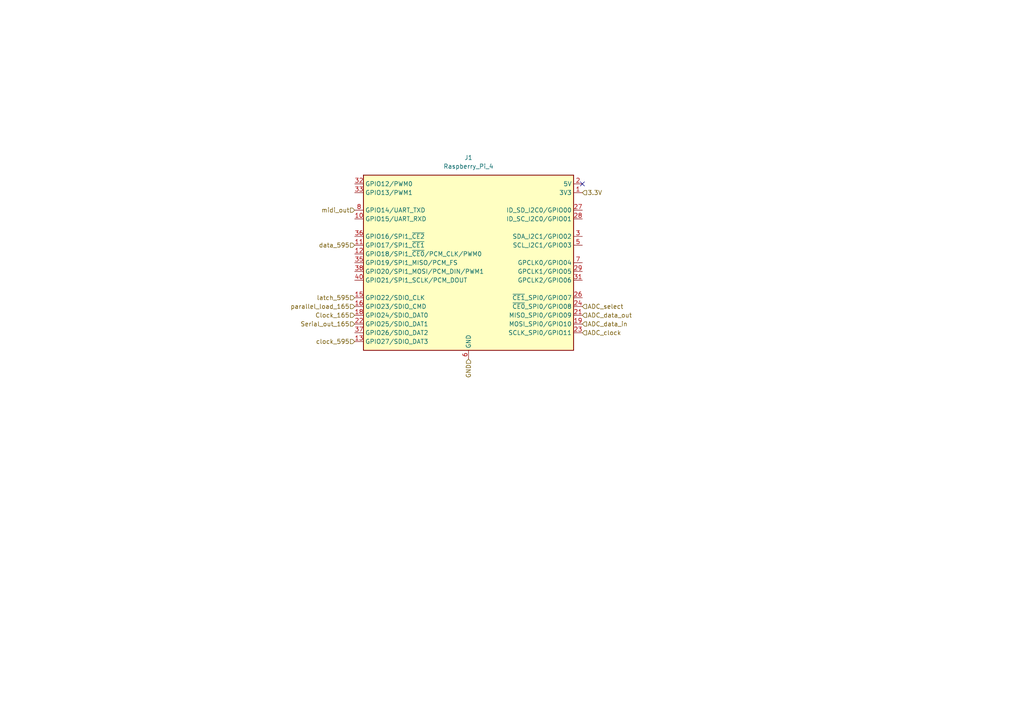
<source format=kicad_sch>
(kicad_sch (version 20231120) (generator "eeschema") (generator_version "8.0")
  (paper "A4")
  (lib_symbols
    (symbol "Connector:Raspberry_Pi_4"
      (property "Reference" "J" (at -17.526 48.768 0))
      (property "Value" "Raspberry_Pi_4" (at 15.748 -26.416 0))
      (symbol "Raspberry_Pi_4_0_1"
        (rectangle (start -30.48 25.4) (end 30.48 -25.4) (stroke (width 0.254)) (fill (type background)))
      )
      (symbol "Raspberry_Pi_4_1_1"
        (pin power_out line (at 33.02 20.32 180) (length 2.54) (name "3V3") (number "1"))
        (pin bidirectional line (at -33.02 12.7 0) (length 2.54) (name "GPIO15/UART_RXD") (number "10"))
        (pin bidirectional line (at -33.02 5.08 0) (length 2.54) (name "GPIO17/SPI1_~{CE1}") (number "11"))
        (pin bidirectional line (at -33.02 2.54 0) (length 2.54) (name "GPIO18/SPI1_~{CE0}/PCM_CLK/PWM0") (number "12"))
        (pin bidirectional line (at -33.02 -22.86 0) (length 2.54) (name "GPIO27/SDIO_DAT3") (number "13"))
        (pin passive line (at 0 -27.94 90) (length 2.54) hide (name "GND") (number "14"))
        (pin bidirectional line (at -33.02 -10.16 0) (length 2.54) (name "GPIO22/SDIO_CLK") (number "15"))
        (pin bidirectional line (at -33.02 -12.7 0) (length 2.54) (name "GPIO23/SDIO_CMD") (number "16"))
        (pin passive line (at 33.02 20.32 180) (length 2.54) hide (name "3V3") (number "17"))
        (pin bidirectional line (at -33.02 -15.24 0) (length 2.54) (name "GPIO24/SDIO_DAT0") (number "18"))
        (pin bidirectional line (at 33.02 -17.78 180) (length 2.54) (name "MOSI_SPI0/GPIO10") (number "19"))
        (pin power_out line (at 33.02 22.86 180) (length 2.54) (name "5V") (number "2"))
        (pin passive line (at 0 -27.94 90) (length 2.54) hide (name "GND") (number "20"))
        (pin bidirectional line (at 33.02 -15.24 180) (length 2.54) (name "MISO_SPI0/GPIO09") (number "21"))
        (pin bidirectional line (at -33.02 -17.78 0) (length 2.54) (name "GPIO25/SDIO_DAT1") (number "22"))
        (pin bidirectional line (at 33.02 -20.32 180) (length 2.54) (name "SCLK_SPI0/GPIO11") (number "23"))
        (pin bidirectional line (at 33.02 -12.7 180) (length 2.54) (name "~{CE0}_SPI0/GPIO08") (number "24"))
        (pin passive line (at 0 -27.94 90) (length 2.54) hide (name "GND") (number "25"))
        (pin bidirectional line (at 33.02 -10.16 180) (length 2.54) (name "~{CE1}_SPI0/GPIO07") (number "26"))
        (pin bidirectional line (at 33.02 15.24 180) (length 2.54) (name "ID_SD_I2C0/GPIO00") (number "27"))
        (pin bidirectional line (at 33.02 12.7 180) (length 2.54) (name "ID_SC_I2C0/GPIO01") (number "28"))
        (pin bidirectional line (at 33.02 -2.54 180) (length 2.54) (name "GPCLK1/GPIO05") (number "29"))
        (pin bidirectional line (at 33.02 7.62 180) (length 2.54) (name "SDA_I2C1/GPIO02") (number "3"))
        (pin passive line (at 0 -27.94 90) (length 2.54) hide (name "GND") (number "30"))
        (pin bidirectional line (at 33.02 -5.08 180) (length 2.54) (name "GPCLK2/GPIO06") (number "31"))
        (pin bidirectional line (at -33.02 22.86 0) (length 2.54) (name "GPIO12/PWM0") (number "32"))
        (pin bidirectional line (at -33.02 20.32 0) (length 2.54) (name "GPIO13/PWM1") (number "33"))
        (pin passive line (at 0 -27.94 90) (length 2.54) hide (name "GND") (number "34"))
        (pin bidirectional line (at -33.02 0 0) (length 2.54) (name "GPIO19/SPI1_MISO/PCM_FS") (number "35"))
        (pin bidirectional line (at -33.02 7.62 0) (length 2.54) (name "GPIO16/SPI1_~{CE2}") (number "36"))
        (pin bidirectional line (at -33.02 -20.32 0) (length 2.54) (name "GPIO26/SDIO_DAT2") (number "37"))
        (pin bidirectional line (at -33.02 -2.54 0) (length 2.54) (name "GPIO20/SPI1_MOSI/PCM_DIN/PWM1") (number "38"))
        (pin passive line (at 0 -27.94 90) (length 2.54) hide (name "GND") (number "39"))
        (pin passive line (at 33.02 22.86 180) (length 2.54) hide (name "5V") (number "4"))
        (pin bidirectional line (at -33.02 -5.08 0) (length 2.54) (name "GPIO21/SPI1_SCLK/PCM_DOUT") (number "40"))
        (pin bidirectional line (at 33.02 5.08 180) (length 2.54) (name "SCL_I2C1/GPIO03") (number "5"))
        (pin power_out line (at 0 -27.94 90) (length 2.54) (name "GND") (number "6"))
        (pin bidirectional line (at 33.02 0 180) (length 2.54) (name "GPCLK0/GPIO04") (number "7"))
        (pin bidirectional line (at -33.02 15.24 0) (length 2.54) (name "GPIO14/UART_TXD") (number "8"))
        (pin passive line (at 0 -27.94 90) (length 2.54) hide (name "GND") (number "9"))
      )
    )
  )
  (no_connect (at 168.91 53.34))
  (hierarchical_label "ADC_data_out" (shape input) (at 168.91 91.44 0))
  (hierarchical_label "ADC_select" (shape input) (at 168.91 88.9 0))
  (hierarchical_label "ADC_data_in" (shape input) (at 168.91 93.98 0))
  (hierarchical_label "GND" (shape input) (at 135.89 104.14 270))
  (hierarchical_label "clock_595" (shape input) (at 102.87 99.06 180))
  (hierarchical_label "ADC_clock" (shape input) (at 168.91 96.52 0))
  (hierarchical_label "3.3V" (shape input) (at 168.91 55.88 0))
  (hierarchical_label "midi_out" (shape input) (at 102.87 60.96 180))
  (hierarchical_label "data_595" (shape input) (at 102.87 71.12 180))
  (hierarchical_label "Clock_165" (shape input) (at 102.87 91.44 180))
  (hierarchical_label "parallel_load_165" (shape input) (at 102.87 88.9 180))
  (hierarchical_label "Serial_out_165" (shape input) (at 102.87 93.98 180))
  (hierarchical_label "latch_595" (shape input) (at 102.87 86.36 180))
  (symbol (lib_id "Connector:Raspberry_Pi_4") (at 135.89 76.2 0) (unit 1)
    (property "Reference" "J1" (at 135.89 45.72 0))
    (property "Value" "Raspberry_Pi_4" (at 135.89 48.26 0))
    (property "Footprint" "Connector_PinHeader_1.00mm:PinHeader_2x16_P1.00mm_Vertical" (effects (hide yes)))
    (property "Datasheet" "https://datasheets.raspberrypi.com/rpi4/raspberry-pi-4-datasheet.pdf" (effects (hide yes)))
    (property "Description" "Raspberry Pi 4 Model B" (effects (hide yes)))
  )
)
</source>
